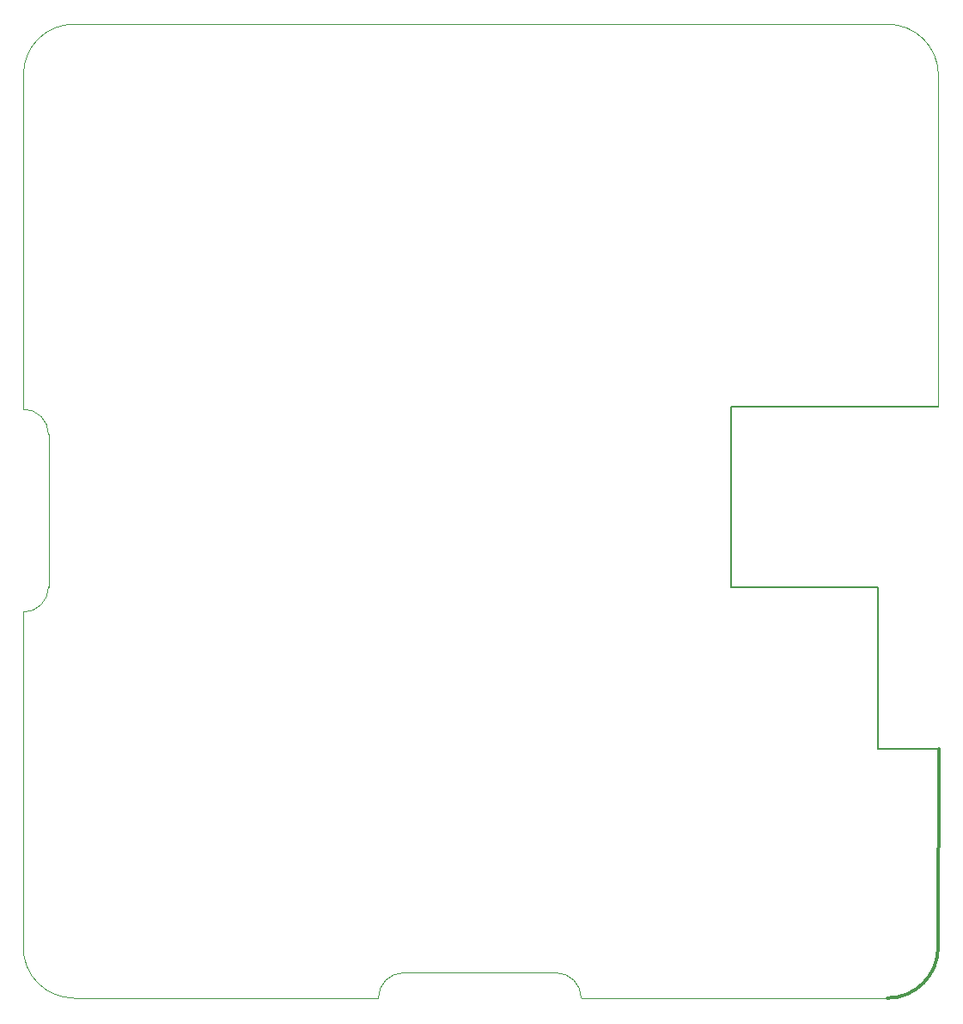
<source format=gbr>
%TF.GenerationSoftware,KiCad,Pcbnew,8.0.2-1*%
%TF.CreationDate,2024-08-26T15:57:13-05:00*%
%TF.ProjectId,BeagleBonePC104,42656167-6c65-4426-9f6e-655043313034,rev?*%
%TF.SameCoordinates,Original*%
%TF.FileFunction,Profile,NP*%
%FSLAX46Y46*%
G04 Gerber Fmt 4.6, Leading zero omitted, Abs format (unit mm)*
G04 Created by KiCad (PCBNEW 8.0.2-1) date 2024-08-26 15:57:13*
%MOMM*%
%LPD*%
G01*
G04 APERTURE LIST*
%TA.AperFunction,Profile*%
%ADD10C,0.050000*%
%TD*%
%TA.AperFunction,Profile*%
%ADD11C,0.200000*%
%TD*%
%TA.AperFunction,Profile*%
%ADD12C,0.300000*%
%TD*%
G04 APERTURE END LIST*
D10*
X165170000Y-170000000D02*
X135000000Y-170000000D01*
D11*
X149750000Y-129500000D02*
X149750000Y-111750000D01*
D10*
X80000000Y-165000000D02*
X80000000Y-132000000D01*
X85030000Y-74100000D02*
X165200000Y-74100000D01*
X85000000Y-170000000D02*
X115000000Y-170000000D01*
X115000000Y-170000000D02*
G75*
G02*
X117500000Y-167500000I2500000J0D01*
G01*
D12*
X170170000Y-165000000D02*
X170250000Y-145500000D01*
D10*
X82500000Y-114500000D02*
X82500000Y-129500000D01*
X117500000Y-167500000D02*
X132500000Y-167500000D01*
X170198915Y-78995856D02*
X170200061Y-111750000D01*
X132500000Y-167500000D02*
G75*
G02*
X135000000Y-170000000I0J-2500000D01*
G01*
D11*
X170250000Y-145500000D02*
X164250000Y-145500000D01*
X164250000Y-129500000D02*
X149750000Y-129500000D01*
D10*
X82500000Y-129500000D02*
G75*
G02*
X80000000Y-132000000I-2500000J0D01*
G01*
X165200000Y-74100000D02*
G75*
G02*
X170198915Y-78995856I0J-5000000D01*
G01*
X80000000Y-112000000D02*
G75*
G02*
X82500000Y-114500000I0J-2500000D01*
G01*
D11*
X149750000Y-111750000D02*
X170200061Y-111750000D01*
D10*
X80031539Y-78975969D02*
G75*
G02*
X85030001Y-74099939I4937261J-61231D01*
G01*
X80031539Y-78975969D02*
X80000000Y-112000000D01*
X85000000Y-170000000D02*
G75*
G02*
X80000000Y-165000000I0J5000000D01*
G01*
D11*
X164250000Y-145500000D02*
X164250000Y-129500000D01*
D12*
X170170000Y-165000000D02*
G75*
G02*
X165170000Y-170000000I-5000000J0D01*
G01*
M02*

</source>
